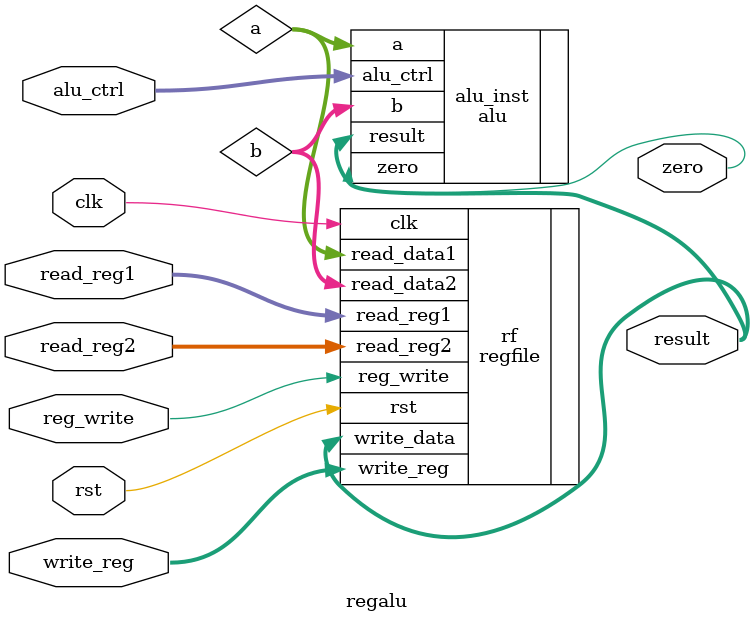
<source format=v>
module regalu (
    input clk,
    input rst,
    input [3:0] read_reg1,
    input [3:0] read_reg2,
    input [3:0] write_reg,
    input [2:0] alu_ctrl,
    input reg_write,
    output [31:0] result,
    output zero
);
    wire [31:0] a, b;
    regfile rf (
        .clk(clk),
        .rst(rst),
        .read_reg1(read_reg1),
        .read_reg2(read_reg2),
        .write_reg(write_reg),
        .write_data(result),
        .reg_write(reg_write),
        .read_data1(a),
        .read_data2(b)
    );
    alu alu_inst (
        .a(a),
        .b(b),
        .alu_ctrl(alu_ctrl),
        .result(result),
        .zero(zero)
    );
endmodule

</source>
